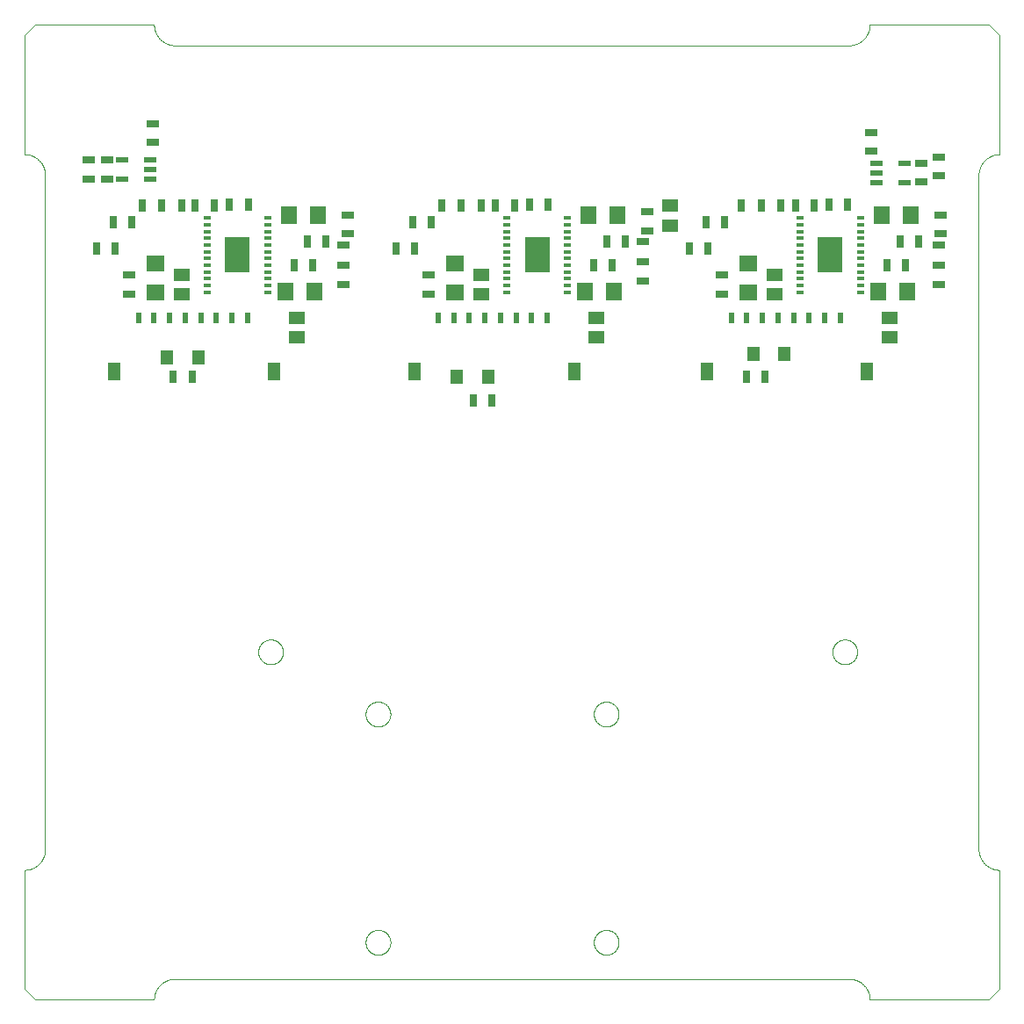
<source format=gtp>
G75*
%MOIN*%
%OFA0B0*%
%FSLAX25Y25*%
%IPPOS*%
%LPD*%
%AMOC8*
5,1,8,0,0,1.08239X$1,22.5*
%
%ADD10C,0.00000*%
%ADD11R,0.06299X0.07087*%
%ADD12R,0.05906X0.05118*%
%ADD13R,0.07087X0.06299*%
%ADD14R,0.05118X0.02756*%
%ADD15R,0.02756X0.05118*%
%ADD16R,0.03150X0.04724*%
%ADD17R,0.04724X0.03150*%
%ADD18R,0.02953X0.01181*%
%ADD19R,0.09449X0.13780*%
%ADD20R,0.02362X0.03937*%
%ADD21R,0.04921X0.07087*%
%ADD22R,0.04724X0.02362*%
%ADD23R,0.04724X0.05512*%
D10*
X0087864Y0091801D02*
X0091801Y0087864D01*
X0137077Y0087864D01*
X0137079Y0088054D01*
X0137086Y0088244D01*
X0137098Y0088434D01*
X0137114Y0088624D01*
X0137134Y0088813D01*
X0137160Y0089002D01*
X0137189Y0089190D01*
X0137224Y0089377D01*
X0137263Y0089563D01*
X0137306Y0089748D01*
X0137354Y0089933D01*
X0137406Y0090116D01*
X0137462Y0090297D01*
X0137523Y0090477D01*
X0137589Y0090656D01*
X0137658Y0090833D01*
X0137732Y0091009D01*
X0137810Y0091182D01*
X0137893Y0091354D01*
X0137979Y0091523D01*
X0138069Y0091691D01*
X0138164Y0091856D01*
X0138262Y0092019D01*
X0138365Y0092179D01*
X0138471Y0092337D01*
X0138581Y0092492D01*
X0138694Y0092645D01*
X0138812Y0092795D01*
X0138933Y0092941D01*
X0139057Y0093085D01*
X0139185Y0093226D01*
X0139316Y0093364D01*
X0139451Y0093499D01*
X0139589Y0093630D01*
X0139730Y0093758D01*
X0139874Y0093882D01*
X0140020Y0094003D01*
X0140170Y0094121D01*
X0140323Y0094234D01*
X0140478Y0094344D01*
X0140636Y0094450D01*
X0140796Y0094553D01*
X0140959Y0094651D01*
X0141124Y0094746D01*
X0141292Y0094836D01*
X0141461Y0094922D01*
X0141633Y0095005D01*
X0141806Y0095083D01*
X0141982Y0095157D01*
X0142159Y0095226D01*
X0142338Y0095292D01*
X0142518Y0095353D01*
X0142699Y0095409D01*
X0142882Y0095461D01*
X0143067Y0095509D01*
X0143252Y0095552D01*
X0143438Y0095591D01*
X0143625Y0095626D01*
X0143813Y0095655D01*
X0144002Y0095681D01*
X0144191Y0095701D01*
X0144381Y0095717D01*
X0144571Y0095729D01*
X0144761Y0095736D01*
X0144951Y0095738D01*
X0400856Y0095738D01*
X0401046Y0095736D01*
X0401236Y0095729D01*
X0401426Y0095717D01*
X0401616Y0095701D01*
X0401805Y0095681D01*
X0401994Y0095655D01*
X0402182Y0095626D01*
X0402369Y0095591D01*
X0402555Y0095552D01*
X0402740Y0095509D01*
X0402925Y0095461D01*
X0403108Y0095409D01*
X0403289Y0095353D01*
X0403469Y0095292D01*
X0403648Y0095226D01*
X0403825Y0095157D01*
X0404001Y0095083D01*
X0404174Y0095005D01*
X0404346Y0094922D01*
X0404515Y0094836D01*
X0404683Y0094746D01*
X0404848Y0094651D01*
X0405011Y0094553D01*
X0405171Y0094450D01*
X0405329Y0094344D01*
X0405484Y0094234D01*
X0405637Y0094121D01*
X0405787Y0094003D01*
X0405933Y0093882D01*
X0406077Y0093758D01*
X0406218Y0093630D01*
X0406356Y0093499D01*
X0406491Y0093364D01*
X0406622Y0093226D01*
X0406750Y0093085D01*
X0406874Y0092941D01*
X0406995Y0092795D01*
X0407113Y0092645D01*
X0407226Y0092492D01*
X0407336Y0092337D01*
X0407442Y0092179D01*
X0407545Y0092019D01*
X0407643Y0091856D01*
X0407738Y0091691D01*
X0407828Y0091523D01*
X0407914Y0091354D01*
X0407997Y0091182D01*
X0408075Y0091009D01*
X0408149Y0090833D01*
X0408218Y0090656D01*
X0408284Y0090477D01*
X0408345Y0090297D01*
X0408401Y0090116D01*
X0408453Y0089933D01*
X0408501Y0089748D01*
X0408544Y0089563D01*
X0408583Y0089377D01*
X0408618Y0089190D01*
X0408647Y0089002D01*
X0408673Y0088813D01*
X0408693Y0088624D01*
X0408709Y0088434D01*
X0408721Y0088244D01*
X0408728Y0088054D01*
X0408730Y0087864D01*
X0454006Y0087864D01*
X0457943Y0091801D01*
X0457943Y0137077D01*
X0457753Y0137079D01*
X0457563Y0137086D01*
X0457373Y0137098D01*
X0457183Y0137114D01*
X0456994Y0137134D01*
X0456805Y0137160D01*
X0456617Y0137189D01*
X0456430Y0137224D01*
X0456244Y0137263D01*
X0456059Y0137306D01*
X0455874Y0137354D01*
X0455691Y0137406D01*
X0455510Y0137462D01*
X0455330Y0137523D01*
X0455151Y0137589D01*
X0454974Y0137658D01*
X0454798Y0137732D01*
X0454625Y0137810D01*
X0454453Y0137893D01*
X0454284Y0137979D01*
X0454116Y0138069D01*
X0453951Y0138164D01*
X0453788Y0138262D01*
X0453628Y0138365D01*
X0453470Y0138471D01*
X0453315Y0138581D01*
X0453162Y0138694D01*
X0453012Y0138812D01*
X0452866Y0138933D01*
X0452722Y0139057D01*
X0452581Y0139185D01*
X0452443Y0139316D01*
X0452308Y0139451D01*
X0452177Y0139589D01*
X0452049Y0139730D01*
X0451925Y0139874D01*
X0451804Y0140020D01*
X0451686Y0140170D01*
X0451573Y0140323D01*
X0451463Y0140478D01*
X0451357Y0140636D01*
X0451254Y0140796D01*
X0451156Y0140959D01*
X0451061Y0141124D01*
X0450971Y0141292D01*
X0450885Y0141461D01*
X0450802Y0141633D01*
X0450724Y0141806D01*
X0450650Y0141982D01*
X0450581Y0142159D01*
X0450515Y0142338D01*
X0450454Y0142518D01*
X0450398Y0142699D01*
X0450346Y0142882D01*
X0450298Y0143067D01*
X0450255Y0143252D01*
X0450216Y0143438D01*
X0450181Y0143625D01*
X0450152Y0143813D01*
X0450126Y0144002D01*
X0450106Y0144191D01*
X0450090Y0144381D01*
X0450078Y0144571D01*
X0450071Y0144761D01*
X0450069Y0144951D01*
X0450069Y0400856D01*
X0450071Y0401046D01*
X0450078Y0401236D01*
X0450090Y0401426D01*
X0450106Y0401616D01*
X0450126Y0401805D01*
X0450152Y0401994D01*
X0450181Y0402182D01*
X0450216Y0402369D01*
X0450255Y0402555D01*
X0450298Y0402740D01*
X0450346Y0402925D01*
X0450398Y0403108D01*
X0450454Y0403289D01*
X0450515Y0403469D01*
X0450581Y0403648D01*
X0450650Y0403825D01*
X0450724Y0404001D01*
X0450802Y0404174D01*
X0450885Y0404346D01*
X0450971Y0404515D01*
X0451061Y0404683D01*
X0451156Y0404848D01*
X0451254Y0405011D01*
X0451357Y0405171D01*
X0451463Y0405329D01*
X0451573Y0405484D01*
X0451686Y0405637D01*
X0451804Y0405787D01*
X0451925Y0405933D01*
X0452049Y0406077D01*
X0452177Y0406218D01*
X0452308Y0406356D01*
X0452443Y0406491D01*
X0452581Y0406622D01*
X0452722Y0406750D01*
X0452866Y0406874D01*
X0453012Y0406995D01*
X0453162Y0407113D01*
X0453315Y0407226D01*
X0453470Y0407336D01*
X0453628Y0407442D01*
X0453788Y0407545D01*
X0453951Y0407643D01*
X0454116Y0407738D01*
X0454284Y0407828D01*
X0454453Y0407914D01*
X0454625Y0407997D01*
X0454798Y0408075D01*
X0454974Y0408149D01*
X0455151Y0408218D01*
X0455330Y0408284D01*
X0455510Y0408345D01*
X0455691Y0408401D01*
X0455874Y0408453D01*
X0456059Y0408501D01*
X0456244Y0408544D01*
X0456430Y0408583D01*
X0456617Y0408618D01*
X0456805Y0408647D01*
X0456994Y0408673D01*
X0457183Y0408693D01*
X0457373Y0408709D01*
X0457563Y0408721D01*
X0457753Y0408728D01*
X0457943Y0408730D01*
X0457943Y0454006D01*
X0454006Y0457943D01*
X0408730Y0457943D01*
X0408728Y0457753D01*
X0408721Y0457563D01*
X0408709Y0457373D01*
X0408693Y0457183D01*
X0408673Y0456994D01*
X0408647Y0456805D01*
X0408618Y0456617D01*
X0408583Y0456430D01*
X0408544Y0456244D01*
X0408501Y0456059D01*
X0408453Y0455874D01*
X0408401Y0455691D01*
X0408345Y0455510D01*
X0408284Y0455330D01*
X0408218Y0455151D01*
X0408149Y0454974D01*
X0408075Y0454798D01*
X0407997Y0454625D01*
X0407914Y0454453D01*
X0407828Y0454284D01*
X0407738Y0454116D01*
X0407643Y0453951D01*
X0407545Y0453788D01*
X0407442Y0453628D01*
X0407336Y0453470D01*
X0407226Y0453315D01*
X0407113Y0453162D01*
X0406995Y0453012D01*
X0406874Y0452866D01*
X0406750Y0452722D01*
X0406622Y0452581D01*
X0406491Y0452443D01*
X0406356Y0452308D01*
X0406218Y0452177D01*
X0406077Y0452049D01*
X0405933Y0451925D01*
X0405787Y0451804D01*
X0405637Y0451686D01*
X0405484Y0451573D01*
X0405329Y0451463D01*
X0405171Y0451357D01*
X0405011Y0451254D01*
X0404848Y0451156D01*
X0404683Y0451061D01*
X0404515Y0450971D01*
X0404346Y0450885D01*
X0404174Y0450802D01*
X0404001Y0450724D01*
X0403825Y0450650D01*
X0403648Y0450581D01*
X0403469Y0450515D01*
X0403289Y0450454D01*
X0403108Y0450398D01*
X0402925Y0450346D01*
X0402740Y0450298D01*
X0402555Y0450255D01*
X0402369Y0450216D01*
X0402182Y0450181D01*
X0401994Y0450152D01*
X0401805Y0450126D01*
X0401616Y0450106D01*
X0401426Y0450090D01*
X0401236Y0450078D01*
X0401046Y0450071D01*
X0400856Y0450069D01*
X0144951Y0450069D01*
X0144761Y0450071D01*
X0144571Y0450078D01*
X0144381Y0450090D01*
X0144191Y0450106D01*
X0144002Y0450126D01*
X0143813Y0450152D01*
X0143625Y0450181D01*
X0143438Y0450216D01*
X0143252Y0450255D01*
X0143067Y0450298D01*
X0142882Y0450346D01*
X0142699Y0450398D01*
X0142518Y0450454D01*
X0142338Y0450515D01*
X0142159Y0450581D01*
X0141982Y0450650D01*
X0141806Y0450724D01*
X0141633Y0450802D01*
X0141461Y0450885D01*
X0141292Y0450971D01*
X0141124Y0451061D01*
X0140959Y0451156D01*
X0140796Y0451254D01*
X0140636Y0451357D01*
X0140478Y0451463D01*
X0140323Y0451573D01*
X0140170Y0451686D01*
X0140020Y0451804D01*
X0139874Y0451925D01*
X0139730Y0452049D01*
X0139589Y0452177D01*
X0139451Y0452308D01*
X0139316Y0452443D01*
X0139185Y0452581D01*
X0139057Y0452722D01*
X0138933Y0452866D01*
X0138812Y0453012D01*
X0138694Y0453162D01*
X0138581Y0453315D01*
X0138471Y0453470D01*
X0138365Y0453628D01*
X0138262Y0453788D01*
X0138164Y0453951D01*
X0138069Y0454116D01*
X0137979Y0454284D01*
X0137893Y0454453D01*
X0137810Y0454625D01*
X0137732Y0454798D01*
X0137658Y0454974D01*
X0137589Y0455151D01*
X0137523Y0455330D01*
X0137462Y0455510D01*
X0137406Y0455691D01*
X0137354Y0455874D01*
X0137306Y0456059D01*
X0137263Y0456244D01*
X0137224Y0456430D01*
X0137189Y0456617D01*
X0137160Y0456805D01*
X0137134Y0456994D01*
X0137114Y0457183D01*
X0137098Y0457373D01*
X0137086Y0457563D01*
X0137079Y0457753D01*
X0137077Y0457943D01*
X0091801Y0457943D01*
X0087864Y0454006D01*
X0087864Y0408730D01*
X0088054Y0408728D01*
X0088244Y0408721D01*
X0088434Y0408709D01*
X0088624Y0408693D01*
X0088813Y0408673D01*
X0089002Y0408647D01*
X0089190Y0408618D01*
X0089377Y0408583D01*
X0089563Y0408544D01*
X0089748Y0408501D01*
X0089933Y0408453D01*
X0090116Y0408401D01*
X0090297Y0408345D01*
X0090477Y0408284D01*
X0090656Y0408218D01*
X0090833Y0408149D01*
X0091009Y0408075D01*
X0091182Y0407997D01*
X0091354Y0407914D01*
X0091523Y0407828D01*
X0091691Y0407738D01*
X0091856Y0407643D01*
X0092019Y0407545D01*
X0092179Y0407442D01*
X0092337Y0407336D01*
X0092492Y0407226D01*
X0092645Y0407113D01*
X0092795Y0406995D01*
X0092941Y0406874D01*
X0093085Y0406750D01*
X0093226Y0406622D01*
X0093364Y0406491D01*
X0093499Y0406356D01*
X0093630Y0406218D01*
X0093758Y0406077D01*
X0093882Y0405933D01*
X0094003Y0405787D01*
X0094121Y0405637D01*
X0094234Y0405484D01*
X0094344Y0405329D01*
X0094450Y0405171D01*
X0094553Y0405011D01*
X0094651Y0404848D01*
X0094746Y0404683D01*
X0094836Y0404515D01*
X0094922Y0404346D01*
X0095005Y0404174D01*
X0095083Y0404001D01*
X0095157Y0403825D01*
X0095226Y0403648D01*
X0095292Y0403469D01*
X0095353Y0403289D01*
X0095409Y0403108D01*
X0095461Y0402925D01*
X0095509Y0402740D01*
X0095552Y0402555D01*
X0095591Y0402369D01*
X0095626Y0402182D01*
X0095655Y0401994D01*
X0095681Y0401805D01*
X0095701Y0401616D01*
X0095717Y0401426D01*
X0095729Y0401236D01*
X0095736Y0401046D01*
X0095738Y0400856D01*
X0095738Y0144951D01*
X0095736Y0144761D01*
X0095729Y0144571D01*
X0095717Y0144381D01*
X0095701Y0144191D01*
X0095681Y0144002D01*
X0095655Y0143813D01*
X0095626Y0143625D01*
X0095591Y0143438D01*
X0095552Y0143252D01*
X0095509Y0143067D01*
X0095461Y0142882D01*
X0095409Y0142699D01*
X0095353Y0142518D01*
X0095292Y0142338D01*
X0095226Y0142159D01*
X0095157Y0141982D01*
X0095083Y0141806D01*
X0095005Y0141633D01*
X0094922Y0141461D01*
X0094836Y0141292D01*
X0094746Y0141124D01*
X0094651Y0140959D01*
X0094553Y0140796D01*
X0094450Y0140636D01*
X0094344Y0140478D01*
X0094234Y0140323D01*
X0094121Y0140170D01*
X0094003Y0140020D01*
X0093882Y0139874D01*
X0093758Y0139730D01*
X0093630Y0139589D01*
X0093499Y0139451D01*
X0093364Y0139316D01*
X0093226Y0139185D01*
X0093085Y0139057D01*
X0092941Y0138933D01*
X0092795Y0138812D01*
X0092645Y0138694D01*
X0092492Y0138581D01*
X0092337Y0138471D01*
X0092179Y0138365D01*
X0092019Y0138262D01*
X0091856Y0138164D01*
X0091691Y0138069D01*
X0091523Y0137979D01*
X0091354Y0137893D01*
X0091182Y0137810D01*
X0091009Y0137732D01*
X0090833Y0137658D01*
X0090656Y0137589D01*
X0090477Y0137523D01*
X0090297Y0137462D01*
X0090116Y0137406D01*
X0089933Y0137354D01*
X0089748Y0137306D01*
X0089563Y0137263D01*
X0089377Y0137224D01*
X0089190Y0137189D01*
X0089002Y0137160D01*
X0088813Y0137134D01*
X0088624Y0137114D01*
X0088434Y0137098D01*
X0088244Y0137086D01*
X0088054Y0137079D01*
X0087864Y0137077D01*
X0087864Y0091801D01*
X0217391Y0109596D02*
X0217393Y0109733D01*
X0217399Y0109870D01*
X0217409Y0110006D01*
X0217423Y0110142D01*
X0217441Y0110278D01*
X0217462Y0110413D01*
X0217488Y0110547D01*
X0217518Y0110681D01*
X0217551Y0110814D01*
X0217589Y0110945D01*
X0217630Y0111076D01*
X0217675Y0111205D01*
X0217723Y0111333D01*
X0217776Y0111460D01*
X0217832Y0111584D01*
X0217891Y0111708D01*
X0217955Y0111829D01*
X0218021Y0111948D01*
X0218091Y0112066D01*
X0218165Y0112181D01*
X0218242Y0112295D01*
X0218322Y0112406D01*
X0218405Y0112514D01*
X0218492Y0112620D01*
X0218581Y0112724D01*
X0218674Y0112825D01*
X0218769Y0112923D01*
X0218867Y0113018D01*
X0218968Y0113111D01*
X0219072Y0113200D01*
X0219178Y0113287D01*
X0219286Y0113370D01*
X0219397Y0113450D01*
X0219511Y0113527D01*
X0219626Y0113601D01*
X0219743Y0113671D01*
X0219863Y0113737D01*
X0219984Y0113801D01*
X0220108Y0113860D01*
X0220232Y0113916D01*
X0220359Y0113969D01*
X0220487Y0114017D01*
X0220616Y0114062D01*
X0220747Y0114103D01*
X0220878Y0114141D01*
X0221011Y0114174D01*
X0221145Y0114204D01*
X0221279Y0114230D01*
X0221414Y0114251D01*
X0221550Y0114269D01*
X0221686Y0114283D01*
X0221822Y0114293D01*
X0221959Y0114299D01*
X0222096Y0114301D01*
X0222233Y0114299D01*
X0222370Y0114293D01*
X0222506Y0114283D01*
X0222642Y0114269D01*
X0222778Y0114251D01*
X0222913Y0114230D01*
X0223047Y0114204D01*
X0223181Y0114174D01*
X0223314Y0114141D01*
X0223445Y0114103D01*
X0223576Y0114062D01*
X0223705Y0114017D01*
X0223833Y0113969D01*
X0223960Y0113916D01*
X0224084Y0113860D01*
X0224208Y0113801D01*
X0224329Y0113737D01*
X0224448Y0113671D01*
X0224566Y0113601D01*
X0224681Y0113527D01*
X0224795Y0113450D01*
X0224906Y0113370D01*
X0225014Y0113287D01*
X0225120Y0113200D01*
X0225224Y0113111D01*
X0225325Y0113018D01*
X0225423Y0112923D01*
X0225518Y0112825D01*
X0225611Y0112724D01*
X0225700Y0112620D01*
X0225787Y0112514D01*
X0225870Y0112406D01*
X0225950Y0112295D01*
X0226027Y0112181D01*
X0226101Y0112066D01*
X0226171Y0111948D01*
X0226237Y0111829D01*
X0226301Y0111708D01*
X0226360Y0111584D01*
X0226416Y0111460D01*
X0226469Y0111333D01*
X0226517Y0111205D01*
X0226562Y0111076D01*
X0226603Y0110945D01*
X0226641Y0110814D01*
X0226674Y0110681D01*
X0226704Y0110547D01*
X0226730Y0110413D01*
X0226751Y0110278D01*
X0226769Y0110142D01*
X0226783Y0110006D01*
X0226793Y0109870D01*
X0226799Y0109733D01*
X0226801Y0109596D01*
X0226799Y0109459D01*
X0226793Y0109322D01*
X0226783Y0109186D01*
X0226769Y0109050D01*
X0226751Y0108914D01*
X0226730Y0108779D01*
X0226704Y0108645D01*
X0226674Y0108511D01*
X0226641Y0108378D01*
X0226603Y0108247D01*
X0226562Y0108116D01*
X0226517Y0107987D01*
X0226469Y0107859D01*
X0226416Y0107732D01*
X0226360Y0107608D01*
X0226301Y0107484D01*
X0226237Y0107363D01*
X0226171Y0107243D01*
X0226101Y0107126D01*
X0226027Y0107011D01*
X0225950Y0106897D01*
X0225870Y0106786D01*
X0225787Y0106678D01*
X0225700Y0106572D01*
X0225611Y0106468D01*
X0225518Y0106367D01*
X0225423Y0106269D01*
X0225325Y0106174D01*
X0225224Y0106081D01*
X0225120Y0105992D01*
X0225014Y0105905D01*
X0224906Y0105822D01*
X0224795Y0105742D01*
X0224681Y0105665D01*
X0224566Y0105591D01*
X0224449Y0105521D01*
X0224329Y0105455D01*
X0224208Y0105391D01*
X0224084Y0105332D01*
X0223960Y0105276D01*
X0223833Y0105223D01*
X0223705Y0105175D01*
X0223576Y0105130D01*
X0223445Y0105089D01*
X0223314Y0105051D01*
X0223181Y0105018D01*
X0223047Y0104988D01*
X0222913Y0104962D01*
X0222778Y0104941D01*
X0222642Y0104923D01*
X0222506Y0104909D01*
X0222370Y0104899D01*
X0222233Y0104893D01*
X0222096Y0104891D01*
X0221959Y0104893D01*
X0221822Y0104899D01*
X0221686Y0104909D01*
X0221550Y0104923D01*
X0221414Y0104941D01*
X0221279Y0104962D01*
X0221145Y0104988D01*
X0221011Y0105018D01*
X0220878Y0105051D01*
X0220747Y0105089D01*
X0220616Y0105130D01*
X0220487Y0105175D01*
X0220359Y0105223D01*
X0220232Y0105276D01*
X0220108Y0105332D01*
X0219984Y0105391D01*
X0219863Y0105455D01*
X0219743Y0105521D01*
X0219626Y0105591D01*
X0219511Y0105665D01*
X0219397Y0105742D01*
X0219286Y0105822D01*
X0219178Y0105905D01*
X0219072Y0105992D01*
X0218968Y0106081D01*
X0218867Y0106174D01*
X0218769Y0106269D01*
X0218674Y0106367D01*
X0218581Y0106468D01*
X0218492Y0106572D01*
X0218405Y0106678D01*
X0218322Y0106786D01*
X0218242Y0106897D01*
X0218165Y0107011D01*
X0218091Y0107126D01*
X0218021Y0107243D01*
X0217955Y0107363D01*
X0217891Y0107484D01*
X0217832Y0107608D01*
X0217776Y0107732D01*
X0217723Y0107859D01*
X0217675Y0107987D01*
X0217630Y0108116D01*
X0217589Y0108247D01*
X0217551Y0108378D01*
X0217518Y0108511D01*
X0217488Y0108645D01*
X0217462Y0108779D01*
X0217441Y0108914D01*
X0217423Y0109050D01*
X0217409Y0109186D01*
X0217399Y0109322D01*
X0217393Y0109459D01*
X0217391Y0109596D01*
X0217391Y0196211D02*
X0217393Y0196348D01*
X0217399Y0196485D01*
X0217409Y0196621D01*
X0217423Y0196757D01*
X0217441Y0196893D01*
X0217462Y0197028D01*
X0217488Y0197162D01*
X0217518Y0197296D01*
X0217551Y0197429D01*
X0217589Y0197560D01*
X0217630Y0197691D01*
X0217675Y0197820D01*
X0217723Y0197948D01*
X0217776Y0198075D01*
X0217832Y0198199D01*
X0217891Y0198323D01*
X0217955Y0198444D01*
X0218021Y0198563D01*
X0218091Y0198681D01*
X0218165Y0198796D01*
X0218242Y0198910D01*
X0218322Y0199021D01*
X0218405Y0199129D01*
X0218492Y0199235D01*
X0218581Y0199339D01*
X0218674Y0199440D01*
X0218769Y0199538D01*
X0218867Y0199633D01*
X0218968Y0199726D01*
X0219072Y0199815D01*
X0219178Y0199902D01*
X0219286Y0199985D01*
X0219397Y0200065D01*
X0219511Y0200142D01*
X0219626Y0200216D01*
X0219743Y0200286D01*
X0219863Y0200352D01*
X0219984Y0200416D01*
X0220108Y0200475D01*
X0220232Y0200531D01*
X0220359Y0200584D01*
X0220487Y0200632D01*
X0220616Y0200677D01*
X0220747Y0200718D01*
X0220878Y0200756D01*
X0221011Y0200789D01*
X0221145Y0200819D01*
X0221279Y0200845D01*
X0221414Y0200866D01*
X0221550Y0200884D01*
X0221686Y0200898D01*
X0221822Y0200908D01*
X0221959Y0200914D01*
X0222096Y0200916D01*
X0222233Y0200914D01*
X0222370Y0200908D01*
X0222506Y0200898D01*
X0222642Y0200884D01*
X0222778Y0200866D01*
X0222913Y0200845D01*
X0223047Y0200819D01*
X0223181Y0200789D01*
X0223314Y0200756D01*
X0223445Y0200718D01*
X0223576Y0200677D01*
X0223705Y0200632D01*
X0223833Y0200584D01*
X0223960Y0200531D01*
X0224084Y0200475D01*
X0224208Y0200416D01*
X0224329Y0200352D01*
X0224448Y0200286D01*
X0224566Y0200216D01*
X0224681Y0200142D01*
X0224795Y0200065D01*
X0224906Y0199985D01*
X0225014Y0199902D01*
X0225120Y0199815D01*
X0225224Y0199726D01*
X0225325Y0199633D01*
X0225423Y0199538D01*
X0225518Y0199440D01*
X0225611Y0199339D01*
X0225700Y0199235D01*
X0225787Y0199129D01*
X0225870Y0199021D01*
X0225950Y0198910D01*
X0226027Y0198796D01*
X0226101Y0198681D01*
X0226171Y0198563D01*
X0226237Y0198444D01*
X0226301Y0198323D01*
X0226360Y0198199D01*
X0226416Y0198075D01*
X0226469Y0197948D01*
X0226517Y0197820D01*
X0226562Y0197691D01*
X0226603Y0197560D01*
X0226641Y0197429D01*
X0226674Y0197296D01*
X0226704Y0197162D01*
X0226730Y0197028D01*
X0226751Y0196893D01*
X0226769Y0196757D01*
X0226783Y0196621D01*
X0226793Y0196485D01*
X0226799Y0196348D01*
X0226801Y0196211D01*
X0226799Y0196074D01*
X0226793Y0195937D01*
X0226783Y0195801D01*
X0226769Y0195665D01*
X0226751Y0195529D01*
X0226730Y0195394D01*
X0226704Y0195260D01*
X0226674Y0195126D01*
X0226641Y0194993D01*
X0226603Y0194862D01*
X0226562Y0194731D01*
X0226517Y0194602D01*
X0226469Y0194474D01*
X0226416Y0194347D01*
X0226360Y0194223D01*
X0226301Y0194099D01*
X0226237Y0193978D01*
X0226171Y0193858D01*
X0226101Y0193741D01*
X0226027Y0193626D01*
X0225950Y0193512D01*
X0225870Y0193401D01*
X0225787Y0193293D01*
X0225700Y0193187D01*
X0225611Y0193083D01*
X0225518Y0192982D01*
X0225423Y0192884D01*
X0225325Y0192789D01*
X0225224Y0192696D01*
X0225120Y0192607D01*
X0225014Y0192520D01*
X0224906Y0192437D01*
X0224795Y0192357D01*
X0224681Y0192280D01*
X0224566Y0192206D01*
X0224449Y0192136D01*
X0224329Y0192070D01*
X0224208Y0192006D01*
X0224084Y0191947D01*
X0223960Y0191891D01*
X0223833Y0191838D01*
X0223705Y0191790D01*
X0223576Y0191745D01*
X0223445Y0191704D01*
X0223314Y0191666D01*
X0223181Y0191633D01*
X0223047Y0191603D01*
X0222913Y0191577D01*
X0222778Y0191556D01*
X0222642Y0191538D01*
X0222506Y0191524D01*
X0222370Y0191514D01*
X0222233Y0191508D01*
X0222096Y0191506D01*
X0221959Y0191508D01*
X0221822Y0191514D01*
X0221686Y0191524D01*
X0221550Y0191538D01*
X0221414Y0191556D01*
X0221279Y0191577D01*
X0221145Y0191603D01*
X0221011Y0191633D01*
X0220878Y0191666D01*
X0220747Y0191704D01*
X0220616Y0191745D01*
X0220487Y0191790D01*
X0220359Y0191838D01*
X0220232Y0191891D01*
X0220108Y0191947D01*
X0219984Y0192006D01*
X0219863Y0192070D01*
X0219743Y0192136D01*
X0219626Y0192206D01*
X0219511Y0192280D01*
X0219397Y0192357D01*
X0219286Y0192437D01*
X0219178Y0192520D01*
X0219072Y0192607D01*
X0218968Y0192696D01*
X0218867Y0192789D01*
X0218769Y0192884D01*
X0218674Y0192982D01*
X0218581Y0193083D01*
X0218492Y0193187D01*
X0218405Y0193293D01*
X0218322Y0193401D01*
X0218242Y0193512D01*
X0218165Y0193626D01*
X0218091Y0193741D01*
X0218021Y0193858D01*
X0217955Y0193978D01*
X0217891Y0194099D01*
X0217832Y0194223D01*
X0217776Y0194347D01*
X0217723Y0194474D01*
X0217675Y0194602D01*
X0217630Y0194731D01*
X0217589Y0194862D01*
X0217551Y0194993D01*
X0217518Y0195126D01*
X0217488Y0195260D01*
X0217462Y0195394D01*
X0217441Y0195529D01*
X0217423Y0195665D01*
X0217409Y0195801D01*
X0217399Y0195937D01*
X0217393Y0196074D01*
X0217391Y0196211D01*
X0176643Y0219833D02*
X0176645Y0219970D01*
X0176651Y0220107D01*
X0176661Y0220243D01*
X0176675Y0220379D01*
X0176693Y0220515D01*
X0176714Y0220650D01*
X0176740Y0220784D01*
X0176770Y0220918D01*
X0176803Y0221051D01*
X0176841Y0221182D01*
X0176882Y0221313D01*
X0176927Y0221442D01*
X0176975Y0221570D01*
X0177028Y0221697D01*
X0177084Y0221821D01*
X0177143Y0221945D01*
X0177207Y0222066D01*
X0177273Y0222185D01*
X0177343Y0222303D01*
X0177417Y0222418D01*
X0177494Y0222532D01*
X0177574Y0222643D01*
X0177657Y0222751D01*
X0177744Y0222857D01*
X0177833Y0222961D01*
X0177926Y0223062D01*
X0178021Y0223160D01*
X0178119Y0223255D01*
X0178220Y0223348D01*
X0178324Y0223437D01*
X0178430Y0223524D01*
X0178538Y0223607D01*
X0178649Y0223687D01*
X0178763Y0223764D01*
X0178878Y0223838D01*
X0178995Y0223908D01*
X0179115Y0223974D01*
X0179236Y0224038D01*
X0179360Y0224097D01*
X0179484Y0224153D01*
X0179611Y0224206D01*
X0179739Y0224254D01*
X0179868Y0224299D01*
X0179999Y0224340D01*
X0180130Y0224378D01*
X0180263Y0224411D01*
X0180397Y0224441D01*
X0180531Y0224467D01*
X0180666Y0224488D01*
X0180802Y0224506D01*
X0180938Y0224520D01*
X0181074Y0224530D01*
X0181211Y0224536D01*
X0181348Y0224538D01*
X0181485Y0224536D01*
X0181622Y0224530D01*
X0181758Y0224520D01*
X0181894Y0224506D01*
X0182030Y0224488D01*
X0182165Y0224467D01*
X0182299Y0224441D01*
X0182433Y0224411D01*
X0182566Y0224378D01*
X0182697Y0224340D01*
X0182828Y0224299D01*
X0182957Y0224254D01*
X0183085Y0224206D01*
X0183212Y0224153D01*
X0183336Y0224097D01*
X0183460Y0224038D01*
X0183581Y0223974D01*
X0183700Y0223908D01*
X0183818Y0223838D01*
X0183933Y0223764D01*
X0184047Y0223687D01*
X0184158Y0223607D01*
X0184266Y0223524D01*
X0184372Y0223437D01*
X0184476Y0223348D01*
X0184577Y0223255D01*
X0184675Y0223160D01*
X0184770Y0223062D01*
X0184863Y0222961D01*
X0184952Y0222857D01*
X0185039Y0222751D01*
X0185122Y0222643D01*
X0185202Y0222532D01*
X0185279Y0222418D01*
X0185353Y0222303D01*
X0185423Y0222185D01*
X0185489Y0222066D01*
X0185553Y0221945D01*
X0185612Y0221821D01*
X0185668Y0221697D01*
X0185721Y0221570D01*
X0185769Y0221442D01*
X0185814Y0221313D01*
X0185855Y0221182D01*
X0185893Y0221051D01*
X0185926Y0220918D01*
X0185956Y0220784D01*
X0185982Y0220650D01*
X0186003Y0220515D01*
X0186021Y0220379D01*
X0186035Y0220243D01*
X0186045Y0220107D01*
X0186051Y0219970D01*
X0186053Y0219833D01*
X0186051Y0219696D01*
X0186045Y0219559D01*
X0186035Y0219423D01*
X0186021Y0219287D01*
X0186003Y0219151D01*
X0185982Y0219016D01*
X0185956Y0218882D01*
X0185926Y0218748D01*
X0185893Y0218615D01*
X0185855Y0218484D01*
X0185814Y0218353D01*
X0185769Y0218224D01*
X0185721Y0218096D01*
X0185668Y0217969D01*
X0185612Y0217845D01*
X0185553Y0217721D01*
X0185489Y0217600D01*
X0185423Y0217480D01*
X0185353Y0217363D01*
X0185279Y0217248D01*
X0185202Y0217134D01*
X0185122Y0217023D01*
X0185039Y0216915D01*
X0184952Y0216809D01*
X0184863Y0216705D01*
X0184770Y0216604D01*
X0184675Y0216506D01*
X0184577Y0216411D01*
X0184476Y0216318D01*
X0184372Y0216229D01*
X0184266Y0216142D01*
X0184158Y0216059D01*
X0184047Y0215979D01*
X0183933Y0215902D01*
X0183818Y0215828D01*
X0183701Y0215758D01*
X0183581Y0215692D01*
X0183460Y0215628D01*
X0183336Y0215569D01*
X0183212Y0215513D01*
X0183085Y0215460D01*
X0182957Y0215412D01*
X0182828Y0215367D01*
X0182697Y0215326D01*
X0182566Y0215288D01*
X0182433Y0215255D01*
X0182299Y0215225D01*
X0182165Y0215199D01*
X0182030Y0215178D01*
X0181894Y0215160D01*
X0181758Y0215146D01*
X0181622Y0215136D01*
X0181485Y0215130D01*
X0181348Y0215128D01*
X0181211Y0215130D01*
X0181074Y0215136D01*
X0180938Y0215146D01*
X0180802Y0215160D01*
X0180666Y0215178D01*
X0180531Y0215199D01*
X0180397Y0215225D01*
X0180263Y0215255D01*
X0180130Y0215288D01*
X0179999Y0215326D01*
X0179868Y0215367D01*
X0179739Y0215412D01*
X0179611Y0215460D01*
X0179484Y0215513D01*
X0179360Y0215569D01*
X0179236Y0215628D01*
X0179115Y0215692D01*
X0178995Y0215758D01*
X0178878Y0215828D01*
X0178763Y0215902D01*
X0178649Y0215979D01*
X0178538Y0216059D01*
X0178430Y0216142D01*
X0178324Y0216229D01*
X0178220Y0216318D01*
X0178119Y0216411D01*
X0178021Y0216506D01*
X0177926Y0216604D01*
X0177833Y0216705D01*
X0177744Y0216809D01*
X0177657Y0216915D01*
X0177574Y0217023D01*
X0177494Y0217134D01*
X0177417Y0217248D01*
X0177343Y0217363D01*
X0177273Y0217480D01*
X0177207Y0217600D01*
X0177143Y0217721D01*
X0177084Y0217845D01*
X0177028Y0217969D01*
X0176975Y0218096D01*
X0176927Y0218224D01*
X0176882Y0218353D01*
X0176841Y0218484D01*
X0176803Y0218615D01*
X0176770Y0218748D01*
X0176740Y0218882D01*
X0176714Y0219016D01*
X0176693Y0219151D01*
X0176675Y0219287D01*
X0176661Y0219423D01*
X0176651Y0219559D01*
X0176645Y0219696D01*
X0176643Y0219833D01*
X0304006Y0196211D02*
X0304008Y0196348D01*
X0304014Y0196485D01*
X0304024Y0196621D01*
X0304038Y0196757D01*
X0304056Y0196893D01*
X0304077Y0197028D01*
X0304103Y0197162D01*
X0304133Y0197296D01*
X0304166Y0197429D01*
X0304204Y0197560D01*
X0304245Y0197691D01*
X0304290Y0197820D01*
X0304338Y0197948D01*
X0304391Y0198075D01*
X0304447Y0198199D01*
X0304506Y0198323D01*
X0304570Y0198444D01*
X0304636Y0198563D01*
X0304706Y0198681D01*
X0304780Y0198796D01*
X0304857Y0198910D01*
X0304937Y0199021D01*
X0305020Y0199129D01*
X0305107Y0199235D01*
X0305196Y0199339D01*
X0305289Y0199440D01*
X0305384Y0199538D01*
X0305482Y0199633D01*
X0305583Y0199726D01*
X0305687Y0199815D01*
X0305793Y0199902D01*
X0305901Y0199985D01*
X0306012Y0200065D01*
X0306126Y0200142D01*
X0306241Y0200216D01*
X0306358Y0200286D01*
X0306478Y0200352D01*
X0306599Y0200416D01*
X0306723Y0200475D01*
X0306847Y0200531D01*
X0306974Y0200584D01*
X0307102Y0200632D01*
X0307231Y0200677D01*
X0307362Y0200718D01*
X0307493Y0200756D01*
X0307626Y0200789D01*
X0307760Y0200819D01*
X0307894Y0200845D01*
X0308029Y0200866D01*
X0308165Y0200884D01*
X0308301Y0200898D01*
X0308437Y0200908D01*
X0308574Y0200914D01*
X0308711Y0200916D01*
X0308848Y0200914D01*
X0308985Y0200908D01*
X0309121Y0200898D01*
X0309257Y0200884D01*
X0309393Y0200866D01*
X0309528Y0200845D01*
X0309662Y0200819D01*
X0309796Y0200789D01*
X0309929Y0200756D01*
X0310060Y0200718D01*
X0310191Y0200677D01*
X0310320Y0200632D01*
X0310448Y0200584D01*
X0310575Y0200531D01*
X0310699Y0200475D01*
X0310823Y0200416D01*
X0310944Y0200352D01*
X0311063Y0200286D01*
X0311181Y0200216D01*
X0311296Y0200142D01*
X0311410Y0200065D01*
X0311521Y0199985D01*
X0311629Y0199902D01*
X0311735Y0199815D01*
X0311839Y0199726D01*
X0311940Y0199633D01*
X0312038Y0199538D01*
X0312133Y0199440D01*
X0312226Y0199339D01*
X0312315Y0199235D01*
X0312402Y0199129D01*
X0312485Y0199021D01*
X0312565Y0198910D01*
X0312642Y0198796D01*
X0312716Y0198681D01*
X0312786Y0198563D01*
X0312852Y0198444D01*
X0312916Y0198323D01*
X0312975Y0198199D01*
X0313031Y0198075D01*
X0313084Y0197948D01*
X0313132Y0197820D01*
X0313177Y0197691D01*
X0313218Y0197560D01*
X0313256Y0197429D01*
X0313289Y0197296D01*
X0313319Y0197162D01*
X0313345Y0197028D01*
X0313366Y0196893D01*
X0313384Y0196757D01*
X0313398Y0196621D01*
X0313408Y0196485D01*
X0313414Y0196348D01*
X0313416Y0196211D01*
X0313414Y0196074D01*
X0313408Y0195937D01*
X0313398Y0195801D01*
X0313384Y0195665D01*
X0313366Y0195529D01*
X0313345Y0195394D01*
X0313319Y0195260D01*
X0313289Y0195126D01*
X0313256Y0194993D01*
X0313218Y0194862D01*
X0313177Y0194731D01*
X0313132Y0194602D01*
X0313084Y0194474D01*
X0313031Y0194347D01*
X0312975Y0194223D01*
X0312916Y0194099D01*
X0312852Y0193978D01*
X0312786Y0193858D01*
X0312716Y0193741D01*
X0312642Y0193626D01*
X0312565Y0193512D01*
X0312485Y0193401D01*
X0312402Y0193293D01*
X0312315Y0193187D01*
X0312226Y0193083D01*
X0312133Y0192982D01*
X0312038Y0192884D01*
X0311940Y0192789D01*
X0311839Y0192696D01*
X0311735Y0192607D01*
X0311629Y0192520D01*
X0311521Y0192437D01*
X0311410Y0192357D01*
X0311296Y0192280D01*
X0311181Y0192206D01*
X0311064Y0192136D01*
X0310944Y0192070D01*
X0310823Y0192006D01*
X0310699Y0191947D01*
X0310575Y0191891D01*
X0310448Y0191838D01*
X0310320Y0191790D01*
X0310191Y0191745D01*
X0310060Y0191704D01*
X0309929Y0191666D01*
X0309796Y0191633D01*
X0309662Y0191603D01*
X0309528Y0191577D01*
X0309393Y0191556D01*
X0309257Y0191538D01*
X0309121Y0191524D01*
X0308985Y0191514D01*
X0308848Y0191508D01*
X0308711Y0191506D01*
X0308574Y0191508D01*
X0308437Y0191514D01*
X0308301Y0191524D01*
X0308165Y0191538D01*
X0308029Y0191556D01*
X0307894Y0191577D01*
X0307760Y0191603D01*
X0307626Y0191633D01*
X0307493Y0191666D01*
X0307362Y0191704D01*
X0307231Y0191745D01*
X0307102Y0191790D01*
X0306974Y0191838D01*
X0306847Y0191891D01*
X0306723Y0191947D01*
X0306599Y0192006D01*
X0306478Y0192070D01*
X0306358Y0192136D01*
X0306241Y0192206D01*
X0306126Y0192280D01*
X0306012Y0192357D01*
X0305901Y0192437D01*
X0305793Y0192520D01*
X0305687Y0192607D01*
X0305583Y0192696D01*
X0305482Y0192789D01*
X0305384Y0192884D01*
X0305289Y0192982D01*
X0305196Y0193083D01*
X0305107Y0193187D01*
X0305020Y0193293D01*
X0304937Y0193401D01*
X0304857Y0193512D01*
X0304780Y0193626D01*
X0304706Y0193741D01*
X0304636Y0193858D01*
X0304570Y0193978D01*
X0304506Y0194099D01*
X0304447Y0194223D01*
X0304391Y0194347D01*
X0304338Y0194474D01*
X0304290Y0194602D01*
X0304245Y0194731D01*
X0304204Y0194862D01*
X0304166Y0194993D01*
X0304133Y0195126D01*
X0304103Y0195260D01*
X0304077Y0195394D01*
X0304056Y0195529D01*
X0304038Y0195665D01*
X0304024Y0195801D01*
X0304014Y0195937D01*
X0304008Y0196074D01*
X0304006Y0196211D01*
X0304006Y0109596D02*
X0304008Y0109733D01*
X0304014Y0109870D01*
X0304024Y0110006D01*
X0304038Y0110142D01*
X0304056Y0110278D01*
X0304077Y0110413D01*
X0304103Y0110547D01*
X0304133Y0110681D01*
X0304166Y0110814D01*
X0304204Y0110945D01*
X0304245Y0111076D01*
X0304290Y0111205D01*
X0304338Y0111333D01*
X0304391Y0111460D01*
X0304447Y0111584D01*
X0304506Y0111708D01*
X0304570Y0111829D01*
X0304636Y0111948D01*
X0304706Y0112066D01*
X0304780Y0112181D01*
X0304857Y0112295D01*
X0304937Y0112406D01*
X0305020Y0112514D01*
X0305107Y0112620D01*
X0305196Y0112724D01*
X0305289Y0112825D01*
X0305384Y0112923D01*
X0305482Y0113018D01*
X0305583Y0113111D01*
X0305687Y0113200D01*
X0305793Y0113287D01*
X0305901Y0113370D01*
X0306012Y0113450D01*
X0306126Y0113527D01*
X0306241Y0113601D01*
X0306358Y0113671D01*
X0306478Y0113737D01*
X0306599Y0113801D01*
X0306723Y0113860D01*
X0306847Y0113916D01*
X0306974Y0113969D01*
X0307102Y0114017D01*
X0307231Y0114062D01*
X0307362Y0114103D01*
X0307493Y0114141D01*
X0307626Y0114174D01*
X0307760Y0114204D01*
X0307894Y0114230D01*
X0308029Y0114251D01*
X0308165Y0114269D01*
X0308301Y0114283D01*
X0308437Y0114293D01*
X0308574Y0114299D01*
X0308711Y0114301D01*
X0308848Y0114299D01*
X0308985Y0114293D01*
X0309121Y0114283D01*
X0309257Y0114269D01*
X0309393Y0114251D01*
X0309528Y0114230D01*
X0309662Y0114204D01*
X0309796Y0114174D01*
X0309929Y0114141D01*
X0310060Y0114103D01*
X0310191Y0114062D01*
X0310320Y0114017D01*
X0310448Y0113969D01*
X0310575Y0113916D01*
X0310699Y0113860D01*
X0310823Y0113801D01*
X0310944Y0113737D01*
X0311063Y0113671D01*
X0311181Y0113601D01*
X0311296Y0113527D01*
X0311410Y0113450D01*
X0311521Y0113370D01*
X0311629Y0113287D01*
X0311735Y0113200D01*
X0311839Y0113111D01*
X0311940Y0113018D01*
X0312038Y0112923D01*
X0312133Y0112825D01*
X0312226Y0112724D01*
X0312315Y0112620D01*
X0312402Y0112514D01*
X0312485Y0112406D01*
X0312565Y0112295D01*
X0312642Y0112181D01*
X0312716Y0112066D01*
X0312786Y0111948D01*
X0312852Y0111829D01*
X0312916Y0111708D01*
X0312975Y0111584D01*
X0313031Y0111460D01*
X0313084Y0111333D01*
X0313132Y0111205D01*
X0313177Y0111076D01*
X0313218Y0110945D01*
X0313256Y0110814D01*
X0313289Y0110681D01*
X0313319Y0110547D01*
X0313345Y0110413D01*
X0313366Y0110278D01*
X0313384Y0110142D01*
X0313398Y0110006D01*
X0313408Y0109870D01*
X0313414Y0109733D01*
X0313416Y0109596D01*
X0313414Y0109459D01*
X0313408Y0109322D01*
X0313398Y0109186D01*
X0313384Y0109050D01*
X0313366Y0108914D01*
X0313345Y0108779D01*
X0313319Y0108645D01*
X0313289Y0108511D01*
X0313256Y0108378D01*
X0313218Y0108247D01*
X0313177Y0108116D01*
X0313132Y0107987D01*
X0313084Y0107859D01*
X0313031Y0107732D01*
X0312975Y0107608D01*
X0312916Y0107484D01*
X0312852Y0107363D01*
X0312786Y0107243D01*
X0312716Y0107126D01*
X0312642Y0107011D01*
X0312565Y0106897D01*
X0312485Y0106786D01*
X0312402Y0106678D01*
X0312315Y0106572D01*
X0312226Y0106468D01*
X0312133Y0106367D01*
X0312038Y0106269D01*
X0311940Y0106174D01*
X0311839Y0106081D01*
X0311735Y0105992D01*
X0311629Y0105905D01*
X0311521Y0105822D01*
X0311410Y0105742D01*
X0311296Y0105665D01*
X0311181Y0105591D01*
X0311064Y0105521D01*
X0310944Y0105455D01*
X0310823Y0105391D01*
X0310699Y0105332D01*
X0310575Y0105276D01*
X0310448Y0105223D01*
X0310320Y0105175D01*
X0310191Y0105130D01*
X0310060Y0105089D01*
X0309929Y0105051D01*
X0309796Y0105018D01*
X0309662Y0104988D01*
X0309528Y0104962D01*
X0309393Y0104941D01*
X0309257Y0104923D01*
X0309121Y0104909D01*
X0308985Y0104899D01*
X0308848Y0104893D01*
X0308711Y0104891D01*
X0308574Y0104893D01*
X0308437Y0104899D01*
X0308301Y0104909D01*
X0308165Y0104923D01*
X0308029Y0104941D01*
X0307894Y0104962D01*
X0307760Y0104988D01*
X0307626Y0105018D01*
X0307493Y0105051D01*
X0307362Y0105089D01*
X0307231Y0105130D01*
X0307102Y0105175D01*
X0306974Y0105223D01*
X0306847Y0105276D01*
X0306723Y0105332D01*
X0306599Y0105391D01*
X0306478Y0105455D01*
X0306358Y0105521D01*
X0306241Y0105591D01*
X0306126Y0105665D01*
X0306012Y0105742D01*
X0305901Y0105822D01*
X0305793Y0105905D01*
X0305687Y0105992D01*
X0305583Y0106081D01*
X0305482Y0106174D01*
X0305384Y0106269D01*
X0305289Y0106367D01*
X0305196Y0106468D01*
X0305107Y0106572D01*
X0305020Y0106678D01*
X0304937Y0106786D01*
X0304857Y0106897D01*
X0304780Y0107011D01*
X0304706Y0107126D01*
X0304636Y0107243D01*
X0304570Y0107363D01*
X0304506Y0107484D01*
X0304447Y0107608D01*
X0304391Y0107732D01*
X0304338Y0107859D01*
X0304290Y0107987D01*
X0304245Y0108116D01*
X0304204Y0108247D01*
X0304166Y0108378D01*
X0304133Y0108511D01*
X0304103Y0108645D01*
X0304077Y0108779D01*
X0304056Y0108914D01*
X0304038Y0109050D01*
X0304024Y0109186D01*
X0304014Y0109322D01*
X0304008Y0109459D01*
X0304006Y0109596D01*
X0394557Y0219833D02*
X0394559Y0219970D01*
X0394565Y0220107D01*
X0394575Y0220243D01*
X0394589Y0220379D01*
X0394607Y0220515D01*
X0394628Y0220650D01*
X0394654Y0220784D01*
X0394684Y0220918D01*
X0394717Y0221051D01*
X0394755Y0221182D01*
X0394796Y0221313D01*
X0394841Y0221442D01*
X0394889Y0221570D01*
X0394942Y0221697D01*
X0394998Y0221821D01*
X0395057Y0221945D01*
X0395121Y0222066D01*
X0395187Y0222185D01*
X0395257Y0222303D01*
X0395331Y0222418D01*
X0395408Y0222532D01*
X0395488Y0222643D01*
X0395571Y0222751D01*
X0395658Y0222857D01*
X0395747Y0222961D01*
X0395840Y0223062D01*
X0395935Y0223160D01*
X0396033Y0223255D01*
X0396134Y0223348D01*
X0396238Y0223437D01*
X0396344Y0223524D01*
X0396452Y0223607D01*
X0396563Y0223687D01*
X0396677Y0223764D01*
X0396792Y0223838D01*
X0396909Y0223908D01*
X0397029Y0223974D01*
X0397150Y0224038D01*
X0397274Y0224097D01*
X0397398Y0224153D01*
X0397525Y0224206D01*
X0397653Y0224254D01*
X0397782Y0224299D01*
X0397913Y0224340D01*
X0398044Y0224378D01*
X0398177Y0224411D01*
X0398311Y0224441D01*
X0398445Y0224467D01*
X0398580Y0224488D01*
X0398716Y0224506D01*
X0398852Y0224520D01*
X0398988Y0224530D01*
X0399125Y0224536D01*
X0399262Y0224538D01*
X0399399Y0224536D01*
X0399536Y0224530D01*
X0399672Y0224520D01*
X0399808Y0224506D01*
X0399944Y0224488D01*
X0400079Y0224467D01*
X0400213Y0224441D01*
X0400347Y0224411D01*
X0400480Y0224378D01*
X0400611Y0224340D01*
X0400742Y0224299D01*
X0400871Y0224254D01*
X0400999Y0224206D01*
X0401126Y0224153D01*
X0401250Y0224097D01*
X0401374Y0224038D01*
X0401495Y0223974D01*
X0401614Y0223908D01*
X0401732Y0223838D01*
X0401847Y0223764D01*
X0401961Y0223687D01*
X0402072Y0223607D01*
X0402180Y0223524D01*
X0402286Y0223437D01*
X0402390Y0223348D01*
X0402491Y0223255D01*
X0402589Y0223160D01*
X0402684Y0223062D01*
X0402777Y0222961D01*
X0402866Y0222857D01*
X0402953Y0222751D01*
X0403036Y0222643D01*
X0403116Y0222532D01*
X0403193Y0222418D01*
X0403267Y0222303D01*
X0403337Y0222185D01*
X0403403Y0222066D01*
X0403467Y0221945D01*
X0403526Y0221821D01*
X0403582Y0221697D01*
X0403635Y0221570D01*
X0403683Y0221442D01*
X0403728Y0221313D01*
X0403769Y0221182D01*
X0403807Y0221051D01*
X0403840Y0220918D01*
X0403870Y0220784D01*
X0403896Y0220650D01*
X0403917Y0220515D01*
X0403935Y0220379D01*
X0403949Y0220243D01*
X0403959Y0220107D01*
X0403965Y0219970D01*
X0403967Y0219833D01*
X0403965Y0219696D01*
X0403959Y0219559D01*
X0403949Y0219423D01*
X0403935Y0219287D01*
X0403917Y0219151D01*
X0403896Y0219016D01*
X0403870Y0218882D01*
X0403840Y0218748D01*
X0403807Y0218615D01*
X0403769Y0218484D01*
X0403728Y0218353D01*
X0403683Y0218224D01*
X0403635Y0218096D01*
X0403582Y0217969D01*
X0403526Y0217845D01*
X0403467Y0217721D01*
X0403403Y0217600D01*
X0403337Y0217480D01*
X0403267Y0217363D01*
X0403193Y0217248D01*
X0403116Y0217134D01*
X0403036Y0217023D01*
X0402953Y0216915D01*
X0402866Y0216809D01*
X0402777Y0216705D01*
X0402684Y0216604D01*
X0402589Y0216506D01*
X0402491Y0216411D01*
X0402390Y0216318D01*
X0402286Y0216229D01*
X0402180Y0216142D01*
X0402072Y0216059D01*
X0401961Y0215979D01*
X0401847Y0215902D01*
X0401732Y0215828D01*
X0401615Y0215758D01*
X0401495Y0215692D01*
X0401374Y0215628D01*
X0401250Y0215569D01*
X0401126Y0215513D01*
X0400999Y0215460D01*
X0400871Y0215412D01*
X0400742Y0215367D01*
X0400611Y0215326D01*
X0400480Y0215288D01*
X0400347Y0215255D01*
X0400213Y0215225D01*
X0400079Y0215199D01*
X0399944Y0215178D01*
X0399808Y0215160D01*
X0399672Y0215146D01*
X0399536Y0215136D01*
X0399399Y0215130D01*
X0399262Y0215128D01*
X0399125Y0215130D01*
X0398988Y0215136D01*
X0398852Y0215146D01*
X0398716Y0215160D01*
X0398580Y0215178D01*
X0398445Y0215199D01*
X0398311Y0215225D01*
X0398177Y0215255D01*
X0398044Y0215288D01*
X0397913Y0215326D01*
X0397782Y0215367D01*
X0397653Y0215412D01*
X0397525Y0215460D01*
X0397398Y0215513D01*
X0397274Y0215569D01*
X0397150Y0215628D01*
X0397029Y0215692D01*
X0396909Y0215758D01*
X0396792Y0215828D01*
X0396677Y0215902D01*
X0396563Y0215979D01*
X0396452Y0216059D01*
X0396344Y0216142D01*
X0396238Y0216229D01*
X0396134Y0216318D01*
X0396033Y0216411D01*
X0395935Y0216506D01*
X0395840Y0216604D01*
X0395747Y0216705D01*
X0395658Y0216809D01*
X0395571Y0216915D01*
X0395488Y0217023D01*
X0395408Y0217134D01*
X0395331Y0217248D01*
X0395257Y0217363D01*
X0395187Y0217480D01*
X0395121Y0217600D01*
X0395057Y0217721D01*
X0394998Y0217845D01*
X0394942Y0217969D01*
X0394889Y0218096D01*
X0394841Y0218224D01*
X0394796Y0218353D01*
X0394755Y0218484D01*
X0394717Y0218615D01*
X0394684Y0218748D01*
X0394654Y0218882D01*
X0394628Y0219016D01*
X0394607Y0219151D01*
X0394589Y0219287D01*
X0394575Y0219423D01*
X0394565Y0219559D01*
X0394559Y0219696D01*
X0394557Y0219833D01*
D11*
X0412000Y0356760D03*
X0423024Y0356760D03*
X0424274Y0385510D03*
X0413250Y0385510D03*
X0313024Y0385510D03*
X0302000Y0385510D03*
X0300750Y0356760D03*
X0311774Y0356760D03*
X0198024Y0356760D03*
X0187000Y0356760D03*
X0188250Y0385510D03*
X0199274Y0385510D03*
D12*
X0191262Y0346750D03*
X0191262Y0339270D03*
X0147512Y0355520D03*
X0147512Y0363000D03*
X0261262Y0363000D03*
X0261262Y0355520D03*
X0305012Y0346750D03*
X0305012Y0339270D03*
X0332904Y0381663D03*
X0332904Y0389144D03*
X0372512Y0363000D03*
X0372512Y0355520D03*
X0416262Y0346750D03*
X0416262Y0339270D03*
D13*
X0362512Y0356248D03*
X0362512Y0367272D03*
X0251262Y0367272D03*
X0251262Y0356248D03*
X0137512Y0356248D03*
X0137512Y0367272D03*
D14*
X0209012Y0366760D03*
X0209012Y0374240D03*
X0209012Y0359280D03*
X0322512Y0360530D03*
X0322512Y0368010D03*
X0322512Y0375490D03*
X0435012Y0374240D03*
X0435012Y0366760D03*
X0435012Y0359280D03*
D15*
X0374993Y0389260D03*
X0367512Y0389260D03*
X0360032Y0389260D03*
X0261243Y0389260D03*
X0253762Y0389260D03*
X0246282Y0389260D03*
X0147493Y0389260D03*
X0140012Y0389260D03*
X0132532Y0389260D03*
D16*
X0128556Y0383010D03*
X0121469Y0383010D03*
X0122306Y0373010D03*
X0115219Y0373010D03*
X0152754Y0389262D03*
X0159840Y0389262D03*
X0165717Y0389545D03*
X0172803Y0389545D03*
X0195219Y0375510D03*
X0197306Y0366760D03*
X0202306Y0375510D03*
X0190219Y0366760D03*
X0228969Y0373010D03*
X0236056Y0373010D03*
X0235219Y0383010D03*
X0242306Y0383010D03*
X0266754Y0389262D03*
X0273840Y0389262D03*
X0279467Y0389545D03*
X0286553Y0389545D03*
X0308969Y0375510D03*
X0316056Y0375510D03*
X0311056Y0366760D03*
X0303969Y0366760D03*
X0340219Y0373010D03*
X0347306Y0373010D03*
X0346469Y0383010D03*
X0353556Y0383010D03*
X0380504Y0389262D03*
X0387590Y0389262D03*
X0393217Y0389545D03*
X0400303Y0389545D03*
X0420219Y0375510D03*
X0422306Y0366760D03*
X0415219Y0366760D03*
X0427306Y0375510D03*
X0368947Y0324154D03*
X0361860Y0324154D03*
X0265197Y0315404D03*
X0258110Y0315404D03*
X0151447Y0324154D03*
X0144360Y0324154D03*
D17*
X0127512Y0355717D03*
X0127512Y0362803D03*
X0119154Y0399360D03*
X0112404Y0399360D03*
X0112404Y0406447D03*
X0119154Y0406447D03*
X0136654Y0413110D03*
X0136654Y0420197D03*
X0210510Y0385588D03*
X0210510Y0378502D03*
X0241262Y0362803D03*
X0241262Y0355717D03*
X0324260Y0379752D03*
X0324260Y0386838D03*
X0352512Y0362803D03*
X0352512Y0355717D03*
X0409404Y0409860D03*
X0409404Y0416947D03*
X0428154Y0405197D03*
X0434904Y0407697D03*
X0434904Y0400610D03*
X0428154Y0398110D03*
X0435510Y0385588D03*
X0435510Y0378502D03*
D18*
X0405278Y0379368D03*
X0405278Y0376809D03*
X0405278Y0374250D03*
X0405278Y0371691D03*
X0405278Y0369132D03*
X0405278Y0366573D03*
X0405278Y0364014D03*
X0405278Y0361455D03*
X0405278Y0358896D03*
X0405278Y0356337D03*
X0382247Y0356337D03*
X0382247Y0358896D03*
X0382247Y0361455D03*
X0382247Y0364014D03*
X0382247Y0366573D03*
X0382247Y0369132D03*
X0382247Y0371691D03*
X0382247Y0374250D03*
X0382247Y0376809D03*
X0382247Y0379368D03*
X0382247Y0381927D03*
X0382247Y0384486D03*
X0405278Y0384486D03*
X0405278Y0381927D03*
X0294028Y0381927D03*
X0294028Y0379368D03*
X0294028Y0376809D03*
X0294028Y0374250D03*
X0294028Y0371691D03*
X0294028Y0369132D03*
X0294028Y0366573D03*
X0294028Y0364014D03*
X0294028Y0361455D03*
X0294028Y0358896D03*
X0294028Y0356337D03*
X0270997Y0356337D03*
X0270997Y0358896D03*
X0270997Y0361455D03*
X0270997Y0364014D03*
X0270997Y0366573D03*
X0270997Y0369132D03*
X0270997Y0371691D03*
X0270997Y0374250D03*
X0270997Y0376809D03*
X0270997Y0379368D03*
X0270997Y0381927D03*
X0270997Y0384486D03*
X0294028Y0384486D03*
X0180278Y0384486D03*
X0180278Y0381927D03*
X0180278Y0379368D03*
X0180278Y0376809D03*
X0180278Y0374250D03*
X0180278Y0371691D03*
X0180278Y0369132D03*
X0180278Y0366573D03*
X0180278Y0364014D03*
X0180278Y0361455D03*
X0180278Y0358896D03*
X0180278Y0356337D03*
X0157247Y0356337D03*
X0157247Y0358896D03*
X0157247Y0361455D03*
X0157247Y0364014D03*
X0157247Y0366573D03*
X0157247Y0369132D03*
X0157247Y0371691D03*
X0157247Y0374250D03*
X0157247Y0376809D03*
X0157247Y0379368D03*
X0157247Y0381927D03*
X0157247Y0384486D03*
D19*
X0168762Y0370510D03*
X0282512Y0370510D03*
X0393762Y0370510D03*
D20*
X0391607Y0346760D03*
X0397512Y0346760D03*
X0385701Y0346760D03*
X0379796Y0346760D03*
X0373890Y0346760D03*
X0367985Y0346760D03*
X0362079Y0346760D03*
X0356174Y0346760D03*
X0286262Y0346760D03*
X0280357Y0346760D03*
X0274451Y0346760D03*
X0268546Y0346760D03*
X0262640Y0346760D03*
X0256735Y0346760D03*
X0250829Y0346760D03*
X0244924Y0346760D03*
X0172512Y0346760D03*
X0166607Y0346760D03*
X0160701Y0346760D03*
X0154796Y0346760D03*
X0148890Y0346760D03*
X0142985Y0346760D03*
X0137079Y0346760D03*
X0131174Y0346760D03*
D21*
X0122099Y0326288D03*
X0182768Y0326288D03*
X0235849Y0326288D03*
X0296518Y0326288D03*
X0347099Y0326288D03*
X0407768Y0326288D03*
D22*
X0411339Y0397913D03*
X0411339Y0401654D03*
X0411339Y0405394D03*
X0421969Y0405394D03*
X0421969Y0397913D03*
X0135719Y0399163D03*
X0135719Y0402904D03*
X0135719Y0406644D03*
X0125089Y0406644D03*
X0125089Y0399163D03*
D23*
X0141998Y0331654D03*
X0153809Y0331654D03*
X0251998Y0324154D03*
X0263809Y0324154D03*
X0364498Y0332904D03*
X0376309Y0332904D03*
M02*

</source>
